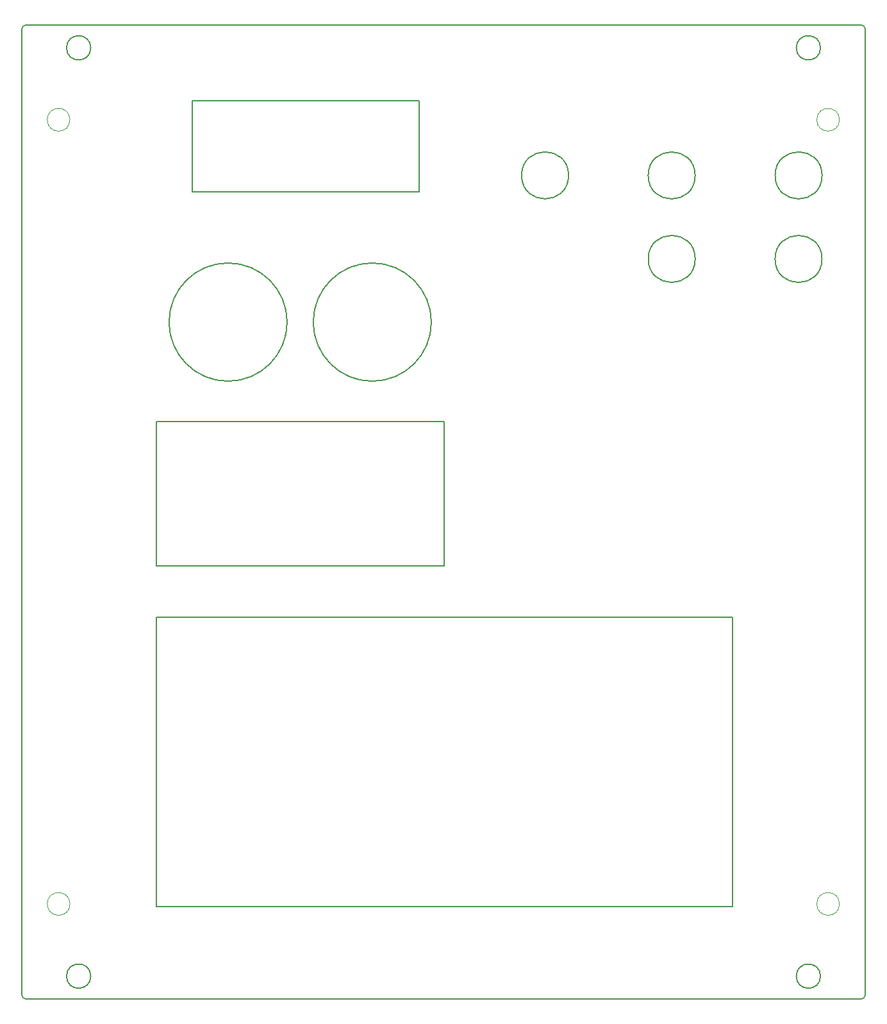
<source format=gbr>
%TF.GenerationSoftware,KiCad,Pcbnew,7.0.2*%
%TF.CreationDate,2023-07-16T23:24:56-06:00*%
%TF.ProjectId,dc31-front,64633331-2d66-4726-9f6e-742e6b696361,rev?*%
%TF.SameCoordinates,Original*%
%TF.FileFunction,Profile,NP*%
%FSLAX46Y46*%
G04 Gerber Fmt 4.6, Leading zero omitted, Abs format (unit mm)*
G04 Created by KiCad (PCBNEW 7.0.2) date 2023-07-16 23:24:56*
%MOMM*%
%LPD*%
G01*
G04 APERTURE LIST*
%TA.AperFunction,Profile*%
%ADD10C,0.200000*%
%TD*%
%TA.AperFunction,Profile*%
%ADD11C,0.050000*%
%TD*%
G04 APERTURE END LIST*
D10*
X96470000Y-159371447D02*
X96470000Y-31870000D01*
X207371447Y-159866447D02*
X96973553Y-159866447D01*
X207871447Y-31870000D02*
X207871447Y-159366447D01*
X207371447Y-31370000D02*
X96970000Y-31370000D01*
X207871447Y-31870000D02*
G75*
G03*
X207371447Y-31370000I-500001J-1D01*
G01*
X207371447Y-159866447D02*
G75*
G03*
X207871447Y-159366447I-1J500001D01*
G01*
X96478553Y-159371447D02*
G75*
G03*
X96973553Y-159866447I495001J1D01*
G01*
X96970000Y-31370000D02*
G75*
G03*
X96470000Y-31870000I0J-500000D01*
G01*
X118950000Y-41390000D02*
X148990000Y-41390000D01*
X148990000Y-53390000D01*
X118950000Y-53390000D01*
X118950000Y-41390000D01*
X114200000Y-109540000D02*
X190370000Y-109540000D01*
X190370000Y-147650000D01*
X114200000Y-147650000D01*
X114200000Y-109540000D01*
X114200000Y-83710000D02*
X152260000Y-83710000D01*
X152260000Y-102750000D01*
X114200000Y-102750000D01*
X114200000Y-83710000D01*
X185420000Y-62220000D02*
G75*
G03*
X185420000Y-62220000I-3100000J0D01*
G01*
X202170000Y-62230000D02*
G75*
G03*
X202170000Y-62230000I-3100000J0D01*
G01*
X202180000Y-51200000D02*
G75*
G03*
X202180000Y-51200000I-3100000J0D01*
G01*
X185410000Y-51210000D02*
G75*
G03*
X185410000Y-51210000I-3100000J0D01*
G01*
X168690000Y-51200000D02*
G75*
G03*
X168690000Y-51200000I-3100000J0D01*
G01*
X150560000Y-70560000D02*
G75*
G03*
X150560000Y-70560000I-7800000J0D01*
G01*
X131510000Y-70560000D02*
G75*
G03*
X131510000Y-70560000I-7800000J0D01*
G01*
X201971400Y-156869000D02*
G75*
G03*
X201971400Y-156869000I-1600000J0D01*
G01*
X201971400Y-34369000D02*
G75*
G03*
X201971400Y-34369000I-1600000J0D01*
G01*
X105571400Y-156869000D02*
G75*
G03*
X105571400Y-156869000I-1600000J0D01*
G01*
X105571400Y-34369000D02*
G75*
G03*
X105571400Y-34369000I-1600000J0D01*
G01*
D11*
X102820000Y-147340000D02*
G75*
G03*
X102820000Y-147340000I-1500000J0D01*
G01*
X204480000Y-147340000D02*
G75*
G03*
X204480000Y-147340000I-1500000J0D01*
G01*
X102820000Y-43860000D02*
G75*
G03*
X102820000Y-43860000I-1500000J0D01*
G01*
X204480000Y-43860000D02*
G75*
G03*
X204480000Y-43860000I-1500000J0D01*
G01*
M02*

</source>
